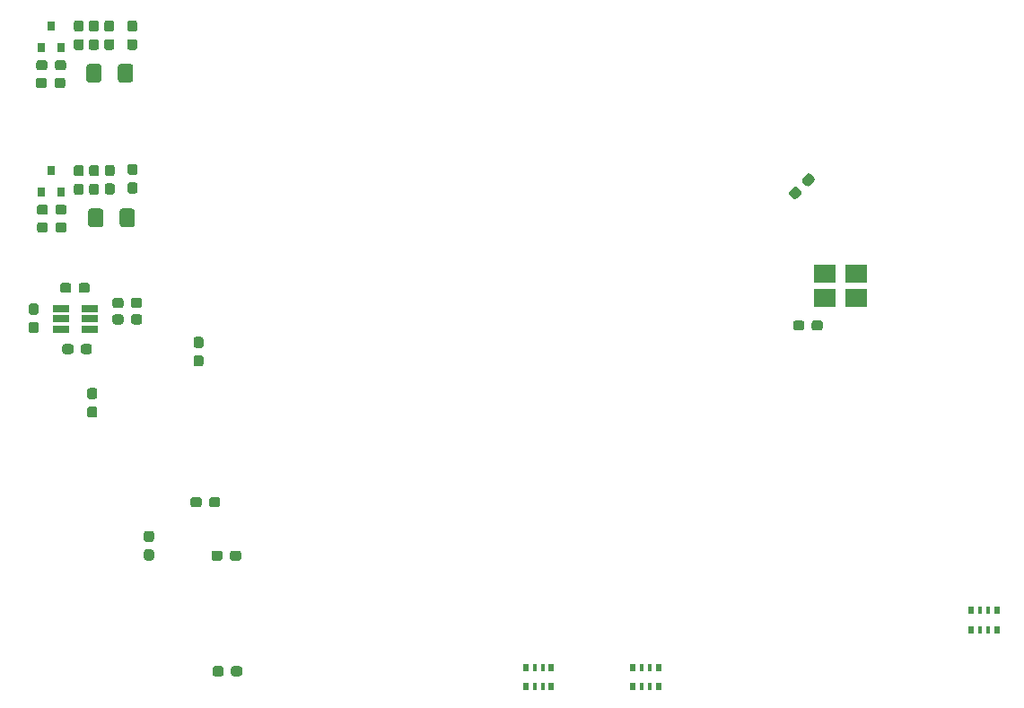
<source format=gbr>
G04 #@! TF.GenerationSoftware,KiCad,Pcbnew,(5.1.6)-1*
G04 #@! TF.CreationDate,2020-08-24T18:21:14+01:00*
G04 #@! TF.ProjectId,arktika-fpga,61726b74-696b-4612-9d66-7067612e6b69,rev?*
G04 #@! TF.SameCoordinates,Original*
G04 #@! TF.FileFunction,Paste,Bot*
G04 #@! TF.FilePolarity,Positive*
%FSLAX46Y46*%
G04 Gerber Fmt 4.6, Leading zero omitted, Abs format (unit mm)*
G04 Created by KiCad (PCBNEW (5.1.6)-1) date 2020-08-24 18:21:14*
%MOMM*%
%LPD*%
G01*
G04 APERTURE LIST*
%ADD10R,2.100000X1.800000*%
%ADD11R,1.560000X0.650000*%
%ADD12R,0.800000X0.900000*%
%ADD13R,0.500000X0.800000*%
%ADD14R,0.400000X0.800000*%
G04 APERTURE END LIST*
D10*
G04 #@! TO.C,XUP1*
X176050000Y-93900000D03*
X178950000Y-93900000D03*
X178950000Y-96200000D03*
X176050000Y-96200000D03*
G04 #@! TD*
G04 #@! TO.C,CP7_4*
G36*
G01*
X174265425Y-85570451D02*
X173929549Y-85234575D01*
G75*
G02*
X173929549Y-84898699I167938J167938D01*
G01*
X174336135Y-84492113D01*
G75*
G02*
X174672011Y-84492113I167938J-167938D01*
G01*
X175007887Y-84827989D01*
G75*
G02*
X175007887Y-85163865I-167938J-167938D01*
G01*
X174601301Y-85570451D01*
G75*
G02*
X174265425Y-85570451I-167938J167938D01*
G01*
G37*
G36*
G01*
X173027989Y-86807887D02*
X172692113Y-86472011D01*
G75*
G02*
X172692113Y-86136135I167938J167938D01*
G01*
X173098699Y-85729549D01*
G75*
G02*
X173434575Y-85729549I167938J-167938D01*
G01*
X173770451Y-86065425D01*
G75*
G02*
X173770451Y-86401301I-167938J-167938D01*
G01*
X173363865Y-86807887D01*
G75*
G02*
X173027989Y-86807887I-167938J167938D01*
G01*
G37*
G04 #@! TD*
D11*
G04 #@! TO.C,UUP2*
X106625000Y-98150000D03*
X106625000Y-99100000D03*
X106625000Y-97200000D03*
X103925000Y-97200000D03*
X103925000Y-98150000D03*
X103925000Y-99100000D03*
G04 #@! TD*
D12*
G04 #@! TO.C,UP3*
X103025000Y-84150000D03*
X102075000Y-86150000D03*
X103975000Y-86150000D03*
G04 #@! TD*
G04 #@! TO.C,UP2*
X103025000Y-70525000D03*
X102075000Y-72525000D03*
X103975000Y-72525000D03*
G04 #@! TD*
G04 #@! TO.C,RUP7_4*
G36*
G01*
X119200000Y-120262500D02*
X119200000Y-120737500D01*
G75*
G02*
X118962500Y-120975000I-237500J0D01*
G01*
X118387500Y-120975000D01*
G75*
G02*
X118150000Y-120737500I0J237500D01*
G01*
X118150000Y-120262500D01*
G75*
G02*
X118387500Y-120025000I237500J0D01*
G01*
X118962500Y-120025000D01*
G75*
G02*
X119200000Y-120262500I0J-237500D01*
G01*
G37*
G36*
G01*
X120950000Y-120262500D02*
X120950000Y-120737500D01*
G75*
G02*
X120712500Y-120975000I-237500J0D01*
G01*
X120137500Y-120975000D01*
G75*
G02*
X119900000Y-120737500I0J237500D01*
G01*
X119900000Y-120262500D01*
G75*
G02*
X120137500Y-120025000I237500J0D01*
G01*
X120712500Y-120025000D01*
G75*
G02*
X120950000Y-120262500I0J-237500D01*
G01*
G37*
G04 #@! TD*
G04 #@! TO.C,RUP7_3*
G36*
G01*
X112012500Y-119900000D02*
X112487500Y-119900000D01*
G75*
G02*
X112725000Y-120137500I0J-237500D01*
G01*
X112725000Y-120712500D01*
G75*
G02*
X112487500Y-120950000I-237500J0D01*
G01*
X112012500Y-120950000D01*
G75*
G02*
X111775000Y-120712500I0J237500D01*
G01*
X111775000Y-120137500D01*
G75*
G02*
X112012500Y-119900000I237500J0D01*
G01*
G37*
G36*
G01*
X112012500Y-118150000D02*
X112487500Y-118150000D01*
G75*
G02*
X112725000Y-118387500I0J-237500D01*
G01*
X112725000Y-118962500D01*
G75*
G02*
X112487500Y-119200000I-237500J0D01*
G01*
X112012500Y-119200000D01*
G75*
G02*
X111775000Y-118962500I0J237500D01*
G01*
X111775000Y-118387500D01*
G75*
G02*
X112012500Y-118150000I237500J0D01*
G01*
G37*
G04 #@! TD*
G04 #@! TO.C,RUP7_2*
G36*
G01*
X119300000Y-131162500D02*
X119300000Y-131637500D01*
G75*
G02*
X119062500Y-131875000I-237500J0D01*
G01*
X118487500Y-131875000D01*
G75*
G02*
X118250000Y-131637500I0J237500D01*
G01*
X118250000Y-131162500D01*
G75*
G02*
X118487500Y-130925000I237500J0D01*
G01*
X119062500Y-130925000D01*
G75*
G02*
X119300000Y-131162500I0J-237500D01*
G01*
G37*
G36*
G01*
X121050000Y-131162500D02*
X121050000Y-131637500D01*
G75*
G02*
X120812500Y-131875000I-237500J0D01*
G01*
X120237500Y-131875000D01*
G75*
G02*
X120000000Y-131637500I0J237500D01*
G01*
X120000000Y-131162500D01*
G75*
G02*
X120237500Y-130925000I237500J0D01*
G01*
X120812500Y-130925000D01*
G75*
G02*
X121050000Y-131162500I0J-237500D01*
G01*
G37*
G04 #@! TD*
G04 #@! TO.C,RUP7*
G36*
G01*
X101137500Y-98450000D02*
X101612500Y-98450000D01*
G75*
G02*
X101850000Y-98687500I0J-237500D01*
G01*
X101850000Y-99262500D01*
G75*
G02*
X101612500Y-99500000I-237500J0D01*
G01*
X101137500Y-99500000D01*
G75*
G02*
X100900000Y-99262500I0J237500D01*
G01*
X100900000Y-98687500D01*
G75*
G02*
X101137500Y-98450000I237500J0D01*
G01*
G37*
G36*
G01*
X101137500Y-96700000D02*
X101612500Y-96700000D01*
G75*
G02*
X101850000Y-96937500I0J-237500D01*
G01*
X101850000Y-97512500D01*
G75*
G02*
X101612500Y-97750000I-237500J0D01*
G01*
X101137500Y-97750000D01*
G75*
G02*
X100900000Y-97512500I0J237500D01*
G01*
X100900000Y-96937500D01*
G75*
G02*
X101137500Y-96700000I237500J0D01*
G01*
G37*
G04 #@! TD*
G04 #@! TO.C,RUP6*
G36*
G01*
X104925000Y-94987500D02*
X104925000Y-95462500D01*
G75*
G02*
X104687500Y-95700000I-237500J0D01*
G01*
X104112500Y-95700000D01*
G75*
G02*
X103875000Y-95462500I0J237500D01*
G01*
X103875000Y-94987500D01*
G75*
G02*
X104112500Y-94750000I237500J0D01*
G01*
X104687500Y-94750000D01*
G75*
G02*
X104925000Y-94987500I0J-237500D01*
G01*
G37*
G36*
G01*
X106675000Y-94987500D02*
X106675000Y-95462500D01*
G75*
G02*
X106437500Y-95700000I-237500J0D01*
G01*
X105862500Y-95700000D01*
G75*
G02*
X105625000Y-95462500I0J237500D01*
G01*
X105625000Y-94987500D01*
G75*
G02*
X105862500Y-94750000I237500J0D01*
G01*
X106437500Y-94750000D01*
G75*
G02*
X106675000Y-94987500I0J-237500D01*
G01*
G37*
G04 #@! TD*
G04 #@! TO.C,RUP5*
G36*
G01*
X109850000Y-96412500D02*
X109850000Y-96887500D01*
G75*
G02*
X109612500Y-97125000I-237500J0D01*
G01*
X109037500Y-97125000D01*
G75*
G02*
X108800000Y-96887500I0J237500D01*
G01*
X108800000Y-96412500D01*
G75*
G02*
X109037500Y-96175000I237500J0D01*
G01*
X109612500Y-96175000D01*
G75*
G02*
X109850000Y-96412500I0J-237500D01*
G01*
G37*
G36*
G01*
X111600000Y-96412500D02*
X111600000Y-96887500D01*
G75*
G02*
X111362500Y-97125000I-237500J0D01*
G01*
X110787500Y-97125000D01*
G75*
G02*
X110550000Y-96887500I0J237500D01*
G01*
X110550000Y-96412500D01*
G75*
G02*
X110787500Y-96175000I237500J0D01*
G01*
X111362500Y-96175000D01*
G75*
G02*
X111600000Y-96412500I0J-237500D01*
G01*
G37*
G04 #@! TD*
G04 #@! TO.C,RUP4*
G36*
G01*
X109850000Y-97962500D02*
X109850000Y-98437500D01*
G75*
G02*
X109612500Y-98675000I-237500J0D01*
G01*
X109037500Y-98675000D01*
G75*
G02*
X108800000Y-98437500I0J237500D01*
G01*
X108800000Y-97962500D01*
G75*
G02*
X109037500Y-97725000I237500J0D01*
G01*
X109612500Y-97725000D01*
G75*
G02*
X109850000Y-97962500I0J-237500D01*
G01*
G37*
G36*
G01*
X111600000Y-97962500D02*
X111600000Y-98437500D01*
G75*
G02*
X111362500Y-98675000I-237500J0D01*
G01*
X110787500Y-98675000D01*
G75*
G02*
X110550000Y-98437500I0J237500D01*
G01*
X110550000Y-97962500D01*
G75*
G02*
X110787500Y-97725000I237500J0D01*
G01*
X111362500Y-97725000D01*
G75*
G02*
X111600000Y-97962500I0J-237500D01*
G01*
G37*
G04 #@! TD*
D13*
G04 #@! TO.C,RPER4*
X160325000Y-132875000D03*
D14*
X159525000Y-132875000D03*
D13*
X157925000Y-132875000D03*
D14*
X158725000Y-132875000D03*
D13*
X160325000Y-131075000D03*
D14*
X158725000Y-131075000D03*
X159525000Y-131075000D03*
D13*
X157925000Y-131075000D03*
G04 #@! TD*
G04 #@! TO.C,RPER3*
X150225000Y-132875000D03*
D14*
X149425000Y-132875000D03*
D13*
X147825000Y-132875000D03*
D14*
X148625000Y-132875000D03*
D13*
X150225000Y-131075000D03*
D14*
X148625000Y-131075000D03*
X149425000Y-131075000D03*
D13*
X147825000Y-131075000D03*
G04 #@! TD*
G04 #@! TO.C,RPER2*
X192237000Y-127461000D03*
D14*
X191437000Y-127461000D03*
D13*
X189837000Y-127461000D03*
D14*
X190637000Y-127461000D03*
D13*
X192237000Y-125661000D03*
D14*
X190637000Y-125661000D03*
X191437000Y-125661000D03*
D13*
X189837000Y-125661000D03*
G04 #@! TD*
G04 #@! TO.C,LP1_3*
G36*
G01*
X109500000Y-89250000D02*
X109500000Y-88000000D01*
G75*
G02*
X109750000Y-87750000I250000J0D01*
G01*
X110675000Y-87750000D01*
G75*
G02*
X110925000Y-88000000I0J-250000D01*
G01*
X110925000Y-89250000D01*
G75*
G02*
X110675000Y-89500000I-250000J0D01*
G01*
X109750000Y-89500000D01*
G75*
G02*
X109500000Y-89250000I0J250000D01*
G01*
G37*
G36*
G01*
X106525000Y-89250000D02*
X106525000Y-88000000D01*
G75*
G02*
X106775000Y-87750000I250000J0D01*
G01*
X107700000Y-87750000D01*
G75*
G02*
X107950000Y-88000000I0J-250000D01*
G01*
X107950000Y-89250000D01*
G75*
G02*
X107700000Y-89500000I-250000J0D01*
G01*
X106775000Y-89500000D01*
G75*
G02*
X106525000Y-89250000I0J250000D01*
G01*
G37*
G04 #@! TD*
G04 #@! TO.C,LP1_2*
G36*
G01*
X109325000Y-75600000D02*
X109325000Y-74350000D01*
G75*
G02*
X109575000Y-74100000I250000J0D01*
G01*
X110500000Y-74100000D01*
G75*
G02*
X110750000Y-74350000I0J-250000D01*
G01*
X110750000Y-75600000D01*
G75*
G02*
X110500000Y-75850000I-250000J0D01*
G01*
X109575000Y-75850000D01*
G75*
G02*
X109325000Y-75600000I0J250000D01*
G01*
G37*
G36*
G01*
X106350000Y-75600000D02*
X106350000Y-74350000D01*
G75*
G02*
X106600000Y-74100000I250000J0D01*
G01*
X107525000Y-74100000D01*
G75*
G02*
X107775000Y-74350000I0J-250000D01*
G01*
X107775000Y-75600000D01*
G75*
G02*
X107525000Y-75850000I-250000J0D01*
G01*
X106600000Y-75850000D01*
G75*
G02*
X106350000Y-75600000I0J250000D01*
G01*
G37*
G04 #@! TD*
G04 #@! TO.C,CUP11*
G36*
G01*
X175825000Y-98537500D02*
X175825000Y-99012500D01*
G75*
G02*
X175587500Y-99250000I-237500J0D01*
G01*
X175012500Y-99250000D01*
G75*
G02*
X174775000Y-99012500I0J237500D01*
G01*
X174775000Y-98537500D01*
G75*
G02*
X175012500Y-98300000I237500J0D01*
G01*
X175587500Y-98300000D01*
G75*
G02*
X175825000Y-98537500I0J-237500D01*
G01*
G37*
G36*
G01*
X174075000Y-98537500D02*
X174075000Y-99012500D01*
G75*
G02*
X173837500Y-99250000I-237500J0D01*
G01*
X173262500Y-99250000D01*
G75*
G02*
X173025000Y-99012500I0J237500D01*
G01*
X173025000Y-98537500D01*
G75*
G02*
X173262500Y-98300000I237500J0D01*
G01*
X173837500Y-98300000D01*
G75*
G02*
X174075000Y-98537500I0J-237500D01*
G01*
G37*
G04 #@! TD*
G04 #@! TO.C,CUP9*
G36*
G01*
X105125000Y-100762500D02*
X105125000Y-101237500D01*
G75*
G02*
X104887500Y-101475000I-237500J0D01*
G01*
X104312500Y-101475000D01*
G75*
G02*
X104075000Y-101237500I0J237500D01*
G01*
X104075000Y-100762500D01*
G75*
G02*
X104312500Y-100525000I237500J0D01*
G01*
X104887500Y-100525000D01*
G75*
G02*
X105125000Y-100762500I0J-237500D01*
G01*
G37*
G36*
G01*
X106875000Y-100762500D02*
X106875000Y-101237500D01*
G75*
G02*
X106637500Y-101475000I-237500J0D01*
G01*
X106062500Y-101475000D01*
G75*
G02*
X105825000Y-101237500I0J237500D01*
G01*
X105825000Y-100762500D01*
G75*
G02*
X106062500Y-100525000I237500J0D01*
G01*
X106637500Y-100525000D01*
G75*
G02*
X106875000Y-100762500I0J-237500D01*
G01*
G37*
G04 #@! TD*
G04 #@! TO.C,CUP7*
G36*
G01*
X117162500Y-100900000D02*
X116687500Y-100900000D01*
G75*
G02*
X116450000Y-100662500I0J237500D01*
G01*
X116450000Y-100087500D01*
G75*
G02*
X116687500Y-99850000I237500J0D01*
G01*
X117162500Y-99850000D01*
G75*
G02*
X117400000Y-100087500I0J-237500D01*
G01*
X117400000Y-100662500D01*
G75*
G02*
X117162500Y-100900000I-237500J0D01*
G01*
G37*
G36*
G01*
X117162500Y-102650000D02*
X116687500Y-102650000D01*
G75*
G02*
X116450000Y-102412500I0J237500D01*
G01*
X116450000Y-101837500D01*
G75*
G02*
X116687500Y-101600000I237500J0D01*
G01*
X117162500Y-101600000D01*
G75*
G02*
X117400000Y-101837500I0J-237500D01*
G01*
X117400000Y-102412500D01*
G75*
G02*
X117162500Y-102650000I-237500J0D01*
G01*
G37*
G04 #@! TD*
G04 #@! TO.C,CUP4*
G36*
G01*
X117925000Y-115687500D02*
X117925000Y-115212500D01*
G75*
G02*
X118162500Y-114975000I237500J0D01*
G01*
X118737500Y-114975000D01*
G75*
G02*
X118975000Y-115212500I0J-237500D01*
G01*
X118975000Y-115687500D01*
G75*
G02*
X118737500Y-115925000I-237500J0D01*
G01*
X118162500Y-115925000D01*
G75*
G02*
X117925000Y-115687500I0J237500D01*
G01*
G37*
G36*
G01*
X116175000Y-115687500D02*
X116175000Y-115212500D01*
G75*
G02*
X116412500Y-114975000I237500J0D01*
G01*
X116987500Y-114975000D01*
G75*
G02*
X117225000Y-115212500I0J-237500D01*
G01*
X117225000Y-115687500D01*
G75*
G02*
X116987500Y-115925000I-237500J0D01*
G01*
X116412500Y-115925000D01*
G75*
G02*
X116175000Y-115687500I0J237500D01*
G01*
G37*
G04 #@! TD*
G04 #@! TO.C,CUP2*
G36*
G01*
X107137500Y-105725000D02*
X106662500Y-105725000D01*
G75*
G02*
X106425000Y-105487500I0J237500D01*
G01*
X106425000Y-104912500D01*
G75*
G02*
X106662500Y-104675000I237500J0D01*
G01*
X107137500Y-104675000D01*
G75*
G02*
X107375000Y-104912500I0J-237500D01*
G01*
X107375000Y-105487500D01*
G75*
G02*
X107137500Y-105725000I-237500J0D01*
G01*
G37*
G36*
G01*
X107137500Y-107475000D02*
X106662500Y-107475000D01*
G75*
G02*
X106425000Y-107237500I0J237500D01*
G01*
X106425000Y-106662500D01*
G75*
G02*
X106662500Y-106425000I237500J0D01*
G01*
X107137500Y-106425000D01*
G75*
G02*
X107375000Y-106662500I0J-237500D01*
G01*
X107375000Y-107237500D01*
G75*
G02*
X107137500Y-107475000I-237500J0D01*
G01*
G37*
G04 #@! TD*
G04 #@! TO.C,CP6_3*
G36*
G01*
X110937500Y-84575000D02*
X110462500Y-84575000D01*
G75*
G02*
X110225000Y-84337500I0J237500D01*
G01*
X110225000Y-83762500D01*
G75*
G02*
X110462500Y-83525000I237500J0D01*
G01*
X110937500Y-83525000D01*
G75*
G02*
X111175000Y-83762500I0J-237500D01*
G01*
X111175000Y-84337500D01*
G75*
G02*
X110937500Y-84575000I-237500J0D01*
G01*
G37*
G36*
G01*
X110937500Y-86325000D02*
X110462500Y-86325000D01*
G75*
G02*
X110225000Y-86087500I0J237500D01*
G01*
X110225000Y-85512500D01*
G75*
G02*
X110462500Y-85275000I237500J0D01*
G01*
X110937500Y-85275000D01*
G75*
G02*
X111175000Y-85512500I0J-237500D01*
G01*
X111175000Y-86087500D01*
G75*
G02*
X110937500Y-86325000I-237500J0D01*
G01*
G37*
G04 #@! TD*
G04 #@! TO.C,CP6_2*
G36*
G01*
X110912500Y-71050000D02*
X110437500Y-71050000D01*
G75*
G02*
X110200000Y-70812500I0J237500D01*
G01*
X110200000Y-70237500D01*
G75*
G02*
X110437500Y-70000000I237500J0D01*
G01*
X110912500Y-70000000D01*
G75*
G02*
X111150000Y-70237500I0J-237500D01*
G01*
X111150000Y-70812500D01*
G75*
G02*
X110912500Y-71050000I-237500J0D01*
G01*
G37*
G36*
G01*
X110912500Y-72800000D02*
X110437500Y-72800000D01*
G75*
G02*
X110200000Y-72562500I0J237500D01*
G01*
X110200000Y-71987500D01*
G75*
G02*
X110437500Y-71750000I237500J0D01*
G01*
X110912500Y-71750000D01*
G75*
G02*
X111150000Y-71987500I0J-237500D01*
G01*
X111150000Y-72562500D01*
G75*
G02*
X110912500Y-72800000I-237500J0D01*
G01*
G37*
G04 #@! TD*
G04 #@! TO.C,CP5_3*
G36*
G01*
X108787500Y-84675000D02*
X108312500Y-84675000D01*
G75*
G02*
X108075000Y-84437500I0J237500D01*
G01*
X108075000Y-83862500D01*
G75*
G02*
X108312500Y-83625000I237500J0D01*
G01*
X108787500Y-83625000D01*
G75*
G02*
X109025000Y-83862500I0J-237500D01*
G01*
X109025000Y-84437500D01*
G75*
G02*
X108787500Y-84675000I-237500J0D01*
G01*
G37*
G36*
G01*
X108787500Y-86425000D02*
X108312500Y-86425000D01*
G75*
G02*
X108075000Y-86187500I0J237500D01*
G01*
X108075000Y-85612500D01*
G75*
G02*
X108312500Y-85375000I237500J0D01*
G01*
X108787500Y-85375000D01*
G75*
G02*
X109025000Y-85612500I0J-237500D01*
G01*
X109025000Y-86187500D01*
G75*
G02*
X108787500Y-86425000I-237500J0D01*
G01*
G37*
G04 #@! TD*
G04 #@! TO.C,CP4_3*
G36*
G01*
X107312500Y-84700000D02*
X106837500Y-84700000D01*
G75*
G02*
X106600000Y-84462500I0J237500D01*
G01*
X106600000Y-83887500D01*
G75*
G02*
X106837500Y-83650000I237500J0D01*
G01*
X107312500Y-83650000D01*
G75*
G02*
X107550000Y-83887500I0J-237500D01*
G01*
X107550000Y-84462500D01*
G75*
G02*
X107312500Y-84700000I-237500J0D01*
G01*
G37*
G36*
G01*
X107312500Y-86450000D02*
X106837500Y-86450000D01*
G75*
G02*
X106600000Y-86212500I0J237500D01*
G01*
X106600000Y-85637500D01*
G75*
G02*
X106837500Y-85400000I237500J0D01*
G01*
X107312500Y-85400000D01*
G75*
G02*
X107550000Y-85637500I0J-237500D01*
G01*
X107550000Y-86212500D01*
G75*
G02*
X107312500Y-86450000I-237500J0D01*
G01*
G37*
G04 #@! TD*
G04 #@! TO.C,CP4_2*
G36*
G01*
X107287500Y-71050000D02*
X106812500Y-71050000D01*
G75*
G02*
X106575000Y-70812500I0J237500D01*
G01*
X106575000Y-70237500D01*
G75*
G02*
X106812500Y-70000000I237500J0D01*
G01*
X107287500Y-70000000D01*
G75*
G02*
X107525000Y-70237500I0J-237500D01*
G01*
X107525000Y-70812500D01*
G75*
G02*
X107287500Y-71050000I-237500J0D01*
G01*
G37*
G36*
G01*
X107287500Y-72800000D02*
X106812500Y-72800000D01*
G75*
G02*
X106575000Y-72562500I0J237500D01*
G01*
X106575000Y-71987500D01*
G75*
G02*
X106812500Y-71750000I237500J0D01*
G01*
X107287500Y-71750000D01*
G75*
G02*
X107525000Y-71987500I0J-237500D01*
G01*
X107525000Y-72562500D01*
G75*
G02*
X107287500Y-72800000I-237500J0D01*
G01*
G37*
G04 #@! TD*
G04 #@! TO.C,CP3_3*
G36*
G01*
X105862500Y-84700000D02*
X105387500Y-84700000D01*
G75*
G02*
X105150000Y-84462500I0J237500D01*
G01*
X105150000Y-83887500D01*
G75*
G02*
X105387500Y-83650000I237500J0D01*
G01*
X105862500Y-83650000D01*
G75*
G02*
X106100000Y-83887500I0J-237500D01*
G01*
X106100000Y-84462500D01*
G75*
G02*
X105862500Y-84700000I-237500J0D01*
G01*
G37*
G36*
G01*
X105862500Y-86450000D02*
X105387500Y-86450000D01*
G75*
G02*
X105150000Y-86212500I0J237500D01*
G01*
X105150000Y-85637500D01*
G75*
G02*
X105387500Y-85400000I237500J0D01*
G01*
X105862500Y-85400000D01*
G75*
G02*
X106100000Y-85637500I0J-237500D01*
G01*
X106100000Y-86212500D01*
G75*
G02*
X105862500Y-86450000I-237500J0D01*
G01*
G37*
G04 #@! TD*
G04 #@! TO.C,CP3_2*
G36*
G01*
X105862500Y-71050000D02*
X105387500Y-71050000D01*
G75*
G02*
X105150000Y-70812500I0J237500D01*
G01*
X105150000Y-70237500D01*
G75*
G02*
X105387500Y-70000000I237500J0D01*
G01*
X105862500Y-70000000D01*
G75*
G02*
X106100000Y-70237500I0J-237500D01*
G01*
X106100000Y-70812500D01*
G75*
G02*
X105862500Y-71050000I-237500J0D01*
G01*
G37*
G36*
G01*
X105862500Y-72800000D02*
X105387500Y-72800000D01*
G75*
G02*
X105150000Y-72562500I0J237500D01*
G01*
X105150000Y-71987500D01*
G75*
G02*
X105387500Y-71750000I237500J0D01*
G01*
X105862500Y-71750000D01*
G75*
G02*
X106100000Y-71987500I0J-237500D01*
G01*
X106100000Y-72562500D01*
G75*
G02*
X105862500Y-72800000I-237500J0D01*
G01*
G37*
G04 #@! TD*
G04 #@! TO.C,CP2_3*
G36*
G01*
X103425000Y-88087500D02*
X103425000Y-87612500D01*
G75*
G02*
X103662500Y-87375000I237500J0D01*
G01*
X104237500Y-87375000D01*
G75*
G02*
X104475000Y-87612500I0J-237500D01*
G01*
X104475000Y-88087500D01*
G75*
G02*
X104237500Y-88325000I-237500J0D01*
G01*
X103662500Y-88325000D01*
G75*
G02*
X103425000Y-88087500I0J237500D01*
G01*
G37*
G36*
G01*
X101675000Y-88087500D02*
X101675000Y-87612500D01*
G75*
G02*
X101912500Y-87375000I237500J0D01*
G01*
X102487500Y-87375000D01*
G75*
G02*
X102725000Y-87612500I0J-237500D01*
G01*
X102725000Y-88087500D01*
G75*
G02*
X102487500Y-88325000I-237500J0D01*
G01*
X101912500Y-88325000D01*
G75*
G02*
X101675000Y-88087500I0J237500D01*
G01*
G37*
G04 #@! TD*
G04 #@! TO.C,CP2_2*
G36*
G01*
X103375000Y-74462500D02*
X103375000Y-73987500D01*
G75*
G02*
X103612500Y-73750000I237500J0D01*
G01*
X104187500Y-73750000D01*
G75*
G02*
X104425000Y-73987500I0J-237500D01*
G01*
X104425000Y-74462500D01*
G75*
G02*
X104187500Y-74700000I-237500J0D01*
G01*
X103612500Y-74700000D01*
G75*
G02*
X103375000Y-74462500I0J237500D01*
G01*
G37*
G36*
G01*
X101625000Y-74462500D02*
X101625000Y-73987500D01*
G75*
G02*
X101862500Y-73750000I237500J0D01*
G01*
X102437500Y-73750000D01*
G75*
G02*
X102675000Y-73987500I0J-237500D01*
G01*
X102675000Y-74462500D01*
G75*
G02*
X102437500Y-74700000I-237500J0D01*
G01*
X101862500Y-74700000D01*
G75*
G02*
X101625000Y-74462500I0J237500D01*
G01*
G37*
G04 #@! TD*
G04 #@! TO.C,CP1_3*
G36*
G01*
X103425000Y-89762500D02*
X103425000Y-89287500D01*
G75*
G02*
X103662500Y-89050000I237500J0D01*
G01*
X104237500Y-89050000D01*
G75*
G02*
X104475000Y-89287500I0J-237500D01*
G01*
X104475000Y-89762500D01*
G75*
G02*
X104237500Y-90000000I-237500J0D01*
G01*
X103662500Y-90000000D01*
G75*
G02*
X103425000Y-89762500I0J237500D01*
G01*
G37*
G36*
G01*
X101675000Y-89762500D02*
X101675000Y-89287500D01*
G75*
G02*
X101912500Y-89050000I237500J0D01*
G01*
X102487500Y-89050000D01*
G75*
G02*
X102725000Y-89287500I0J-237500D01*
G01*
X102725000Y-89762500D01*
G75*
G02*
X102487500Y-90000000I-237500J0D01*
G01*
X101912500Y-90000000D01*
G75*
G02*
X101675000Y-89762500I0J237500D01*
G01*
G37*
G04 #@! TD*
G04 #@! TO.C,CP1_2*
G36*
G01*
X103325000Y-76137500D02*
X103325000Y-75662500D01*
G75*
G02*
X103562500Y-75425000I237500J0D01*
G01*
X104137500Y-75425000D01*
G75*
G02*
X104375000Y-75662500I0J-237500D01*
G01*
X104375000Y-76137500D01*
G75*
G02*
X104137500Y-76375000I-237500J0D01*
G01*
X103562500Y-76375000D01*
G75*
G02*
X103325000Y-76137500I0J237500D01*
G01*
G37*
G36*
G01*
X101575000Y-76137500D02*
X101575000Y-75662500D01*
G75*
G02*
X101812500Y-75425000I237500J0D01*
G01*
X102387500Y-75425000D01*
G75*
G02*
X102625000Y-75662500I0J-237500D01*
G01*
X102625000Y-76137500D01*
G75*
G02*
X102387500Y-76375000I-237500J0D01*
G01*
X101812500Y-76375000D01*
G75*
G02*
X101575000Y-76137500I0J237500D01*
G01*
G37*
G04 #@! TD*
G04 #@! TO.C,CCP5_2*
G36*
G01*
X108737500Y-71050000D02*
X108262500Y-71050000D01*
G75*
G02*
X108025000Y-70812500I0J237500D01*
G01*
X108025000Y-70237500D01*
G75*
G02*
X108262500Y-70000000I237500J0D01*
G01*
X108737500Y-70000000D01*
G75*
G02*
X108975000Y-70237500I0J-237500D01*
G01*
X108975000Y-70812500D01*
G75*
G02*
X108737500Y-71050000I-237500J0D01*
G01*
G37*
G36*
G01*
X108737500Y-72800000D02*
X108262500Y-72800000D01*
G75*
G02*
X108025000Y-72562500I0J237500D01*
G01*
X108025000Y-71987500D01*
G75*
G02*
X108262500Y-71750000I237500J0D01*
G01*
X108737500Y-71750000D01*
G75*
G02*
X108975000Y-71987500I0J-237500D01*
G01*
X108975000Y-72562500D01*
G75*
G02*
X108737500Y-72800000I-237500J0D01*
G01*
G37*
G04 #@! TD*
M02*

</source>
